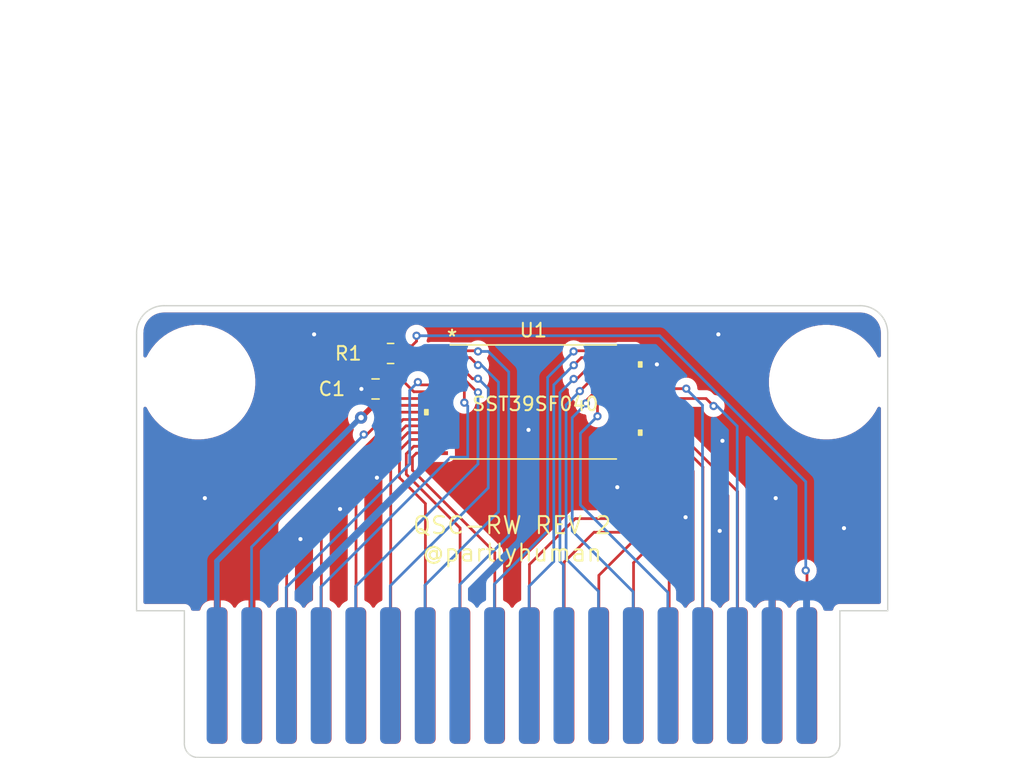
<source format=kicad_pcb>
(kicad_pcb (version 20240108) (generator "pcbnew") (generator_version "8.0")
  (title_block (title "QSC-RW") (date "2024-09-22") (rev "2") (company "@partlyhuman"))
  (layers (0 "F.Cu" signal "Front") (1 "In1.Cu" signal) (2 "In2.Cu" signal) (31 "B.Cu" signal "Back") (34 "B.Paste" user) (35 "F.Paste" user) (36 "B.SilkS" user "B.Silkscreen") (37 "F.SilkS" user "F.Silkscreen") (38 "B.Mask" user) (39 "F.Mask" user) (44 "Edge.Cuts" user))
  (net 0 "")
  (net 1 "VCC")
  (net 2 "GND")
  (net 3 "/A16")
  (net 4 "/A15")
  (net 5 "/A12")
  (net 6 "/A7")
  (net 7 "/A6")
  (net 8 "/A5")
  (net 9 "/A4")
  (net 10 "/A3")
  (net 11 "/A2")
  (net 12 "/A1")
  (net 13 "/A0")
  (net 14 "/D0")
  (net 15 "/D1")
  (net 16 "/D2")
  (net 17 "Net-(J1-Pin_36)")
  (net 18 "/A18")
  (net 19 "/A17")
  (net 20 "/A14")
  (net 21 "/A13")
  (net 22 "/A8")
  (net 23 "/A9")
  (net 24 "/A11")
  (net 25 "/OE")
  (net 26 "/A10")
  (net 27 "/CE")
  (net 28 "/D7")
  (net 29 "/D6")
  (net 30 "/D5")
  (net 31 "/D4")
  (net 32 "/D3")
  (footprint "MountingHole:MountingHole_6.4mm_M6" (layer "F.Cu") (at 54.5 67.5)
    (property "Reference" "H1" (hide yes))
    (property "Value" "MountingHole_6.4mm_M6")
    (pad "" np_thru_hole circle (at 0 0) (size 6.4 6.4) (drill 6.4) (layers "*.Cu" "*.Mask"))
  )
  (footprint "REB_Flash:SST39SF040-55-4C-WHE-T" (layer "F.Cu") (at 79.050225 68.9525)
    (property "Reference" "U1" (at 0 -5.2525 0) (layer "F.SilkS"))
    (property "Value" "SST39SF040" (at 0.149775 0.1475 0) (layer "F.SilkS"))
    (fp_line (start -6.082791 4.1783) (end 6.082791 4.1783) (stroke (width 0.12)) (layer "F.SilkS"))
    (fp_line (start 6.082791 -4.1783) (end -6.082791 -4.1783) (stroke (width 0.12)) (layer "F.SilkS"))
    (fp_poly (pts (xy -7.957299 0.559501) (xy -7.957299 0.940501) (xy -7.703299 0.940501) (xy -7.703299 0.559501)) (stroke (width 0.1)) (fill solid) (layer "F.SilkS"))
    (fp_poly (pts (xy 7.957299 -2.9405) (xy 7.957299 -2.5595) (xy 7.703299 -2.5595) (xy 7.703299 -2.9405)) (stroke (width 0.1)) (fill solid) (layer "F.SilkS"))
    (fp_poly (pts (xy 7.957299 2.059501) (xy 7.957299 2.440501) (xy 7.703299 2.440501) (xy 7.703299 2.059501)) (stroke (width 0.1)) (fill solid) (layer "F.SilkS"))
    (fp_text user "*" (at -5.950225 -4.7525 0) (layer "F.SilkS"))
    (pad "1" smd rect (at -6.848848 -3.75) (size 1.200899 0.2794) (layers "F.Cu" "F.Paste" "F.Mask") (net 24 "/A11"))
    (pad "2" smd rect (at -6.848848 -3.250001) (size 1.200899 0.2794) (layers "F.Cu" "F.Paste" "F.Mask") (net 23 "/A9"))
    (pad "3" smd rect (at -6.848848 -2.75) (size 1.200899 0.2794) (layers "F.Cu" "F.Paste" "F.Mask") (net 22 "/A8"))
    (pad "4" smd rect (at -6.848848 -2.250001) (size 1.200899 0.2794) (layers "F.Cu" "F.Paste" "F.Mask") (net 21 "/A13"))
    (pad "5" smd rect (at -6.848848 -1.749999) (size 1.200899 0.2794) (layers "F.Cu" "F.Paste" "F.Mask") (net 20 "/A14"))
    (pad "6" smd rect (at -6.848848 -1.25) (size 1.200899 0.2794) (layers "F.Cu" "F.Paste" "F.Mask") (net 19 "/A17"))
    (pad "7" smd rect (at -6.848848 -0.750001) (size 1.200899 0.2794) (layers "F.Cu" "F.Paste" "F.Mask") (net 17 "Net-(J1-Pin_36)"))
    (pad "8" smd rect (at -6.848848 -0.25) (size 1.200899 0.2794) (layers "F.Cu" "F.Paste" "F.Mask") (net 1 "VCC"))
    (pad "9" smd rect (at -6.848848 0.25) (size 1.200899 0.2794) (layers "F.Cu" "F.Paste" "F.Mask") (net 18 "/A18"))
    (pad "10" smd rect (at -6.848848 0.750001) (size 1.200899 0.2794) (layers "F.Cu" "F.Paste" "F.Mask") (net 3 "/A16"))
    (pad "11" smd rect (at -6.848848 1.25) (size 1.200899 0.2794) (layers "F.Cu" "F.Paste" "F.Mask") (net 4 "/A15"))
    (pad "12" smd rect (at -6.848848 1.749999) (size 1.200899 0.2794) (layers "F.Cu" "F.Paste" "F.Mask") (net 5 "/A12"))
    (pad "13" smd rect (at -6.848848 2.250001) (size 1.200899 0.2794) (layers "F.Cu" "F.Paste" "F.Mask") (net 6 "/A7"))
    (pad "14" smd rect (at -6.848848 2.75) (size 1.200899 0.2794) (layers "F.Cu" "F.Paste" "F.Mask") (net 7 "/A6"))
    (pad "15" smd rect (at -6.848848 3.250001) (size 1.200899 0.2794) (layers "F.Cu" "F.Paste" "F.Mask") (net 8 "/A5"))
    (pad "16" smd rect (at -6.848848 3.75) (size 1.200899 0.2794) (layers "F.Cu" "F.Paste" "F.Mask") (net 9 "/A4"))
    (pad "17" smd rect (at 6.848848 3.75) (size 1.200899 0.2794) (layers "F.Cu" "F.Paste" "F.Mask") (net 10 "/A3"))
    (pad "18" smd rect (at 6.848848 3.250001) (size 1.200899 0.2794) (layers "F.Cu" "F.Paste" "F.Mask") (net 11 "/A2"))
    (pad "19" smd rect (at 6.848848 2.75) (size 1.200899 0.2794) (layers "F.Cu" "F.Paste" "F.Mask") (net 12 "/A1"))
    (pad "20" smd rect (at 6.848848 2.250001) (size 1.200899 0.2794) (layers "F.Cu" "F.Paste" "F.Mask") (net 13 "/A0"))
    (pad "21" smd rect (at 6.848848 1.749999) (size 1.200899 0.2794) (layers "F.Cu" "F.Paste" "F.Mask") (net 14 "/D0"))
    (pad "22" smd rect (at 6.848848 1.25) (size 1.200899 0.2794) (layers "F.Cu" "F.Paste" "F.Mask") (net 15 "/D1"))
    (pad "23" smd rect (at 6.848848 0.750001) (size 1.200899 0.2794) (layers "F.Cu" "F.Paste" "F.Mask") (net 16 "/D2"))
    (pad "24" smd rect (at 6.848848 0.25) (size 1.200899 0.2794) (layers "F.Cu" "F.Paste" "F.Mask") (net 2 "GND"))
    (pad "25" smd rect (at 6.848848 -0.25) (size 1.200899 0.2794) (layers "F.Cu" "F.Paste" "F.Mask") (net 32 "/D3"))
    (pad "26" smd rect (at 6.848848 -0.750001) (size 1.200899 0.2794) (layers "F.Cu" "F.Paste" "F.Mask") (net 31 "/D4"))
    (pad "27" smd rect (at 6.848848 -1.25) (size 1.200899 0.2794) (layers "F.Cu" "F.Paste" "F.Mask") (net 30 "/D5"))
    (pad "28" smd rect (at 6.848848 -1.749999) (size 1.200899 0.2794) (layers "F.Cu" "F.Paste" "F.Mask") (net 29 "/D6"))
    (pad "29" smd rect (at 6.848848 -2.250001) (size 1.200899 0.2794) (layers "F.Cu" "F.Paste" "F.Mask") (net 28 "/D7"))
    (pad "30" smd rect (at 6.848848 -2.75) (size 1.200899 0.2794) (layers "F.Cu" "F.Paste" "F.Mask") (net 27 "/CE"))
    (pad "31" smd rect (at 6.848848 -3.250001) (size 1.200899 0.2794) (layers "F.Cu" "F.Paste" "F.Mask") (net 26 "/A10"))
    (pad "32" smd rect (at 6.848848 -3.75) (size 1.200899 0.2794) (layers "F.Cu" "F.Paste" "F.Mask") (net 25 "/OE"))
  )
  (footprint "Resistor_SMD:R_0805_2012Metric_Pad1.20x1.40mm_HandSolder" (layer "F.Cu") (at 68.6 65.4)
    (property "Reference" "R1" (at -3.1 0 0) (layer "F.SilkS"))
    (property "Value" "10K")
    (fp_line (start -0.227064 -0.735) (end 0.227064 -0.735) (stroke (width 0.12)) (layer "F.SilkS"))
    (fp_line (start -0.227064 0.735) (end 0.227064 0.735) (stroke (width 0.12)) (layer "F.SilkS"))
    (pad "1" smd roundrect (at -1 0) (size 1.2 1.4) (layers "F.Cu" "F.Paste" "F.Mask") (roundrect_rratio 0.208333) (net 1 "VCC"))
    (pad "2" smd roundrect (at 1 0) (size 1.2 1.4) (layers "F.Cu" "F.Paste" "F.Mask") (roundrect_rratio 0.208333) (net 17 "Net-(J1-Pin_36)"))
  )
  (footprint "MountingHole:MountingHole_6.4mm_M6" (layer "F.Cu") (at 100.5 67.5)
    (property "Reference" "H2" (hide yes))
    (property "Value" "MountingHole_6.4mm_M6")
    (pad "" np_thru_hole circle (at 0 0) (size 6.4 6.4) (drill 6.4) (layers "*.Cu" "*.Mask"))
  )
  (footprint "REB_Edge:REB_EdgeConnector_36pin" (layer "F.Cu") (at 77.5 89)
    (property "Reference" "J1" (hide yes))
    (property "Value" "QCard_Conn")
    (pad "1" connect roundrect (at -21.62 0) (size 1.5 10) (layers "B.Cu" "B.Mask") (net 1 "VCC"))
    (pad "2" connect roundrect (at -21.59 0) (size 1.5 10) (layers "F.Cu" "F.Mask") (net 2 "GND"))
    (pad "3" connect roundrect (at -19.08 0) (size 1.5 10) (layers "B.Cu" "B.Mask") (net 18 "/A18"))
    (pad "4" connect roundrect (at -19.05 0) (size 1.5 10) (layers "F.Cu" "F.Mask") (net 2 "GND"))
    (pad "5" connect roundrect (at -16.54 0) (size 1.5 10) (layers "B.Cu" "B.Mask") (net 19 "/A17"))
    (pad "6" connect roundrect (at -16.51 0) (size 1.5 10) (layers "F.Cu" "F.Mask") (net 3 "/A16"))
    (pad "7" connect roundrect (at -14 0) (size 1.5 10) (layers "B.Cu" "B.Mask") (net 20 "/A14"))
    (pad "8" connect roundrect (at -13.97 0) (size 1.5 10) (layers "F.Cu" "F.Mask") (net 4 "/A15"))
    (pad "9" connect roundrect (at -11.46 0) (size 1.5 10) (layers "B.Cu" "B.Mask") (net 21 "/A13"))
    (pad "10" connect roundrect (at -11.43 0) (size 1.5 10) (layers "F.Cu" "F.Mask") (net 5 "/A12"))
    (pad "11" connect roundrect (at -8.92 0) (size 1.5 10) (layers "B.Cu" "B.Mask") (net 22 "/A8"))
    (pad "12" connect roundrect (at -8.89 0) (size 1.5 10) (layers "F.Cu" "F.Mask") (net 6 "/A7"))
    (pad "13" connect roundrect (at -6.38 0) (size 1.5 10) (layers "B.Cu" "B.Mask") (net 23 "/A9"))
    (pad "14" connect roundrect (at -6.35 0) (size 1.5 10) (layers "F.Cu" "F.Mask") (net 7 "/A6"))
    (pad "15" connect roundrect (at -3.84 0) (size 1.5 10) (layers "B.Cu" "B.Mask") (net 24 "/A11"))
    (pad "16" connect roundrect (at -3.81 0) (size 1.5 10) (layers "F.Cu" "F.Mask") (net 8 "/A5"))
    (pad "17" connect roundrect (at -1.3 0) (size 1.5 10) (layers "B.Cu" "B.Mask") (net 25 "/OE"))
    (pad "18" connect roundrect (at -1.27 0) (size 1.5 10) (layers "F.Cu" "F.Mask") (net 9 "/A4"))
    (pad "19" connect roundrect (at 1.24 0) (size 1.5 10) (layers "B.Cu" "B.Mask") (net 26 "/A10"))
    (pad "20" connect roundrect (at 1.27 0) (size 1.5 10) (layers "F.Cu" "F.Mask") (net 10 "/A3"))
    (pad "21" connect roundrect (at 3.78 0) (size 1.5 10) (layers "B.Cu" "B.Mask") (net 27 "/CE"))
    (pad "22" connect roundrect (at 3.81 0) (size 1.5 10) (layers "F.Cu" "F.Mask") (net 11 "/A2"))
    (pad "23" connect roundrect (at 6.32 0) (size 1.5 10) (layers "B.Cu" "B.Mask") (net 28 "/D7"))
    (pad "24" connect roundrect (at 6.35 0) (size 1.5 10) (layers "F.Cu" "F.Mask") (net 12 "/A1"))
    (pad "25" connect roundrect (at 8.86 0) (size 1.5 10) (layers "B.Cu" "B.Mask") (net 29 "/D6"))
    (pad "26" connect roundrect (at 8.89 0) (size 1.5 10) (layers "F.Cu" "F.Mask") (net 13 "/A0"))
    (pad "27" connect roundrect (at 11.4 0) (size 1.5 10) (layers "B.Cu" "B.Mask") (net 30 "/D5"))
    (pad "28" connect roundrect (at 11.43 0) (size 1.5 10) (layers "F.Cu" "F.Mask") (net 14 "/D0"))
    (pad "29" connect roundrect (at 13.94 0) (size 1.5 10) (layers "B.Cu" "B.Mask") (net 31 "/D4"))
    (pad "30" connect roundrect (at 13.97 0) (size 1.5 10) (layers "F.Cu" "F.Mask") (net 15 "/D1"))
    (pad "31" connect roundrect (at 16.48 0) (size 1.5 10) (layers "B.Cu" "B.Mask") (net 32 "/D3"))
    (pad "32" connect roundrect (at 16.51 0) (size 1.5 10) (layers "F.Cu" "F.Mask") (net 16 "/D2"))
    (pad "33" connect roundrect (at 19.02 0) (size 1.5 10) (layers "B.Cu" "B.Mask") (net 2 "GND"))
    (pad "34" connect roundrect (at 19.05 0) (size 1.5 10) (layers "F.Cu" "F.Mask") (net 2 "GND"))
    (pad "35" connect roundrect (at 21.56 0) (size 1.5 10) (layers "B.Cu" "B.Mask") (net 2 "GND"))
    (pad "36" connect roundrect (at 21.59 0) (size 1.5 10) (layers "F.Cu" "F.Mask") (net 17 "Net-(J1-Pin_36)"))
  )
  (footprint "Capacitor_SMD:C_0805_2012Metric_Pad1.18x1.45mm_HandSolder" (layer "F.Cu") (at 67.5 68)
    (property "Reference" "C1" (at -3.2 0 0) (layer "F.SilkS"))
    (property "Value" "0.1uF" (hide yes))
    (fp_line (start -0.261253 -0.735) (end 0.261253 -0.735) (stroke (width 0.12)) (layer "F.SilkS"))
    (fp_line (start -0.261253 0.735) (end 0.261253 0.735) (stroke (width 0.12)) (layer "F.SilkS"))
    (pad "1" smd roundrect (at -1.0375 0) (size 1.175 1.45) (layers "F.Cu" "F.Paste" "F.Mask") (roundrect_rratio 0.2127659574) (net 2 "GND"))
    (pad "2" smd roundrect (at 1.0375 0) (size 1.175 1.45) (layers "F.Cu" "F.Paste" "F.Mask") (roundrect_rratio 0.2127659574) (net 1 "VCC"))
  )
  (gr_line (start 105 84.25) (end 105 63.9) (stroke (width 0.1)) (layer "Edge.Cuts"))
  (gr_arc (start 103 61.9) (mid 104.414214 62.485786) (end 105 63.9) (stroke (width 0.1)) (layer "Edge.Cuts"))
  (gr_line (start 50 63.9) (end 50 84.25) (stroke (width 0.1)) (layer "Edge.Cuts"))
  (gr_arc (start 54.5 95) (mid 53.792893 94.707107) (end 53.5 94) (stroke (width 0.1)) (layer "Edge.Cuts"))
  (gr_arc (start 101.5 94) (mid 101.207107 94.707107) (end 100.5 95) (stroke (width 0.1)) (layer "Edge.Cuts"))
  (gr_line (start 101.5 84.25) (end 105 84.25) (stroke (width 0.1)) (layer "Edge.Cuts"))
  (gr_line (start 100.5 95) (end 54.5 95) (stroke (width 0.1)) (layer "Edge.Cuts"))
  (gr_arc (start 50 63.9) (mid 50.585786 62.485786) (end 52 61.9) (stroke (width 0.1)) (layer "Edge.Cuts"))
  (gr_line (start 50 84.25) (end 53.5 84.25) (stroke (width 0.1)) (layer "Edge.Cuts"))
  (gr_line (start 52 61.9) (end 103 61.9) (stroke (width 0.1)) (layer "Edge.Cuts"))
  (gr_line (start 53.5 84.25) (end 53.5 94) (stroke (width 0.1)) (layer "Edge.Cuts"))
  (gr_line (start 101.5 94) (end 101.5 84.25) (stroke (width 0.1)) (layer "Edge.Cuts"))
  (gr_text "${TITLE} REV ${REVISION}\n${COMPANY}" (at 77.5 79 0) (layer "F.SilkS") (effects (font (size 1.25 1.25))))
  (segment (start 68.5375 68) (end 69.24 68.7025) (width 0.2) (layer "F.Cu") (net 1))
  (segment (start 68.5375 68) (end 68.5375 66.3375) (width 0.2) (layer "F.Cu") (net 1))
  (segment (start 66.4375 70.1) (end 68.5375 68) (width 0.4) (layer "F.Cu") (net 1))
  (segment (start 69.24 68.7025) (end 72.201377 68.7025) (width 0.2) (layer "F.Cu") (net 1))
  (segment (start 68.5375 66.3375) (end 67.6 65.4) (width 0.2) (layer "F.Cu") (net 1))
  (via (at 66.4375 70.1) (size 0.9) (drill 0.4) (layers "F.Cu" "B.Cu") (net 1))
  (segment (start 66.4 70.1) (end 55.88 80.62) (width 0.4) (layer "B.Cu") (net 1))
  (segment (start 66.4375 70.1) (end 66.4 70.1) (width 0.4) (layer "B.Cu") (net 1))
  (segment (start 55.88 80.62) (end 55.88 89) (width 0.4) (layer "B.Cu") (net 1))
  (segment (start 85.899073 69.2025) (end 89.0025 69.2025) (width 0.2) (layer "F.Cu") (net 2))
  (segment (start 89.0025 69.2025) (end 89.7 69.9) (width 0.2) (layer "F.Cu") (net 2))
  (via (at 90.2 77.4) (size 0.6) (drill 0.3) (layers "F.Cu" "B.Cu") (net 2))
  (via (at 92.9 71.8) (size 0.6) (drill 0.3) (layers "F.Cu" "B.Cu") (net 2))
  (via (at 62 79) (size 0.6) (drill 0.3) (layers "F.Cu" "B.Cu") (net 2))
  (via (at 66.4625 68) (size 0.6) (drill 0.3) (layers "F.Cu" "B.Cu") (net 2))
  (via (at 101.8 78.2) (size 0.6) (drill 0.3) (layers "F.Cu" "B.Cu") (net 2))
  (via (at 92.7 78.4) (size 0.6) (drill 0.3) (layers "F.Cu" "B.Cu") (net 2))
  (via (at 78.7 71) (size 0.6) (drill 0.3) (layers "F.Cu" "B.Cu") (net 2))
  (via (at 67.6 74.5) (size 0.6) (drill 0.3) (layers "F.Cu" "B.Cu") (net 2))
  (via (at 64.9 76.8) (size 0.6) (drill 0.3) (layers "F.Cu" "B.Cu") (net 2))
  (via (at 55 76) (size 0.6) (drill 0.3) (layers "F.Cu" "B.Cu") (net 2))
  (via (at 63 64) (size 0.6) (drill 0.3) (layers "F.Cu" "B.Cu") (net 2))
  (via (at 96.8 76) (size 0.6) (drill 0.3) (layers "F.Cu" "B.Cu") (net 2))
  (via (at 92.6 64) (size 0.6) (drill 0.3) (layers "F.Cu" "B.Cu") (net 2))
  (via (at 85.2 75.2) (size 0.6) (drill 0.3) (layers "F.Cu" "B.Cu") (net 2))
  (via (at 88.1 66.2) (size 0.6) (drill 0.3) (layers "F.Cu" "B.Cu") (net 2))
  (segment (start 97 82.6) (end 98.7 82.6) (width 0.4) (layer "B.Cu") (net 2))
  (segment (start 96.52 83.08) (end 97 82.6) (width 0.4) (layer "B.Cu") (net 2))
  (segment (start 96.52 89) (end 96.52 83.08) (width 0.4) (layer "B.Cu") (net 2))
  (segment (start 98.7 82.6) (end 99.06 82.96) (width 0.4) (layer "B.Cu") (net 2))
  (segment (start 99.06 82.96) (end 99.06 89) (width 0.4) (layer "B.Cu") (net 2))
  (segment (start 60.99 89) (end 60.99 78.01) (width 0.2) (layer "F.Cu") (net 3))
  (segment (start 69.297499 69.702501) (end 72.201377 69.702501) (width 0.2) (layer "F.Cu") (net 3))
  (segment (start 60.99 78.01) (end 69.297499 69.702501) (width 0.2) (layer "F.Cu") (net 3))
  (segment (start 69.512201 70.237799) (end 71.75 70.237799) (width 0.2) (layer "F.Cu") (net 4))
  (segment (start 63.53 89) (end 63.53 76.22) (width 0.2) (layer "F.Cu") (net 4))
  (segment (start 63.53 76.22) (end 69.512201 70.237799) (width 0.2) (layer "F.Cu") (net 4))
  (segment (start 66.07 74.361802) (end 69.729303 70.702499) (width 0.2) (layer "F.Cu") (net 5))
  (segment (start 66.07 89) (end 66.07 74.361802) (width 0.2) (layer "F.Cu") (net 5))
  (segment (start 69.729303 70.702499) (end 72.201377 70.702499) (width 0.2) (layer "F.Cu") (net 5))
  (segment (start 68.61 72.458198) (end 69.865697 71.202501) (width 0.2) (layer "F.Cu") (net 6))
  (segment (start 68.61 89) (end 68.61 72.458198) (width 0.2) (layer "F.Cu") (net 6))
  (segment (start 69.865697 71.202501) (end 72.201377 71.202501) (width 0.2) (layer "F.Cu") (net 6))
  (segment (start 71.15 89) (end 71.15 76.4) (width 0.2) (layer "F.Cu") (net 7))
  (segment (start 69.25 74.5) (end 69.25 72.5) (width 0.2) (layer "F.Cu") (net 7))
  (segment (start 71.15 76.4) (end 69.25 74.5) (width 0.2) (layer "F.Cu") (net 7))
  (segment (start 70.0475 71.7025) (end 72.201377 71.7025) (width 0.2) (layer "F.Cu") (net 7))
  (segment (start 69.25 72.5) (end 70.0475 71.7025) (width 0.2) (layer "F.Cu") (net 7))
  (segment (start 73.69 78.19) (end 69.75 74.25) (width 0.2) (layer "F.Cu") (net 8))
  (segment (start 69.75 74.25) (end 69.75 72.75) (width 0.2) (layer "F.Cu") (net 8))
  (segment (start 73.69 89) (end 73.69 78.19) (width 0.2) (layer "F.Cu") (net 8))
  (segment (start 70.297499 72.202501) (end 72.201377 72.202501) (width 0.2) (layer "F.Cu") (net 8))
  (segment (start 69.75 72.75) (end 70.297499 72.202501) (width 0.2) (layer "F.Cu") (net 8))
  (segment (start 70.2 72.993198) (end 70.490698 72.7025) (width 0.2) (layer "F.Cu") (net 9))
  (segment (start 76.23 79.98) (end 70.2 73.95) (width 0.2) (layer "F.Cu") (net 9))
  (segment (start 76.23 89) (end 76.23 79.98) (width 0.2) (layer "F.Cu") (net 9))
  (segment (start 70.2 73.95) (end 70.2 72.993198) (width 0.2) (layer "F.Cu") (net 9))
  (segment (start 70.490698 72.7025) (end 72.201377 72.7025) (width 0.2) (layer "F.Cu") (net 9))
  (segment (start 78.77 80.855) (end 82.125 77.5) (width 0.2) (layer "F.Cu") (net 10))
  (segment (start 85.75 77.5) (end 87.1 76.15) (width 0.2) (layer "F.Cu") (net 10))
  (segment (start 86.816104 72.7025) (end 85.899073 72.7025) (width 0.2) (layer "F.Cu") (net 10))
  (segment (start 82.125 77.5) (end 85.75 77.5) (width 0.2) (layer "F.Cu") (net 10))
  (segment (start 78.77 89) (end 78.77 80.855) (width 0.2) (layer "F.Cu") (net 10))
  (segment (start 87.1 76.15) (end 87.1 72.986396) (width 0.2) (layer "F.Cu") (net 10))
  (segment (start 87.1 72.986396) (end 86.816104 72.7025) (width 0.2) (layer "F.Cu") (net 10))
  (segment (start 81.31 80.69) (end 83.5 78.5) (width 0.2) (layer "F.Cu") (net 11))
  (segment (start 83.5 78.5) (end 85.886396 78.5) (width 0.2) (layer "F.Cu") (net 11))
  (segment (start 81.31 89) (end 81.31 80.69) (width 0.2) (layer "F.Cu") (net 11))
  (segment (start 86.952501 72.202501) (end 85.899073 72.202501) (width 0.2) (layer "F.Cu") (net 11))
  (segment (start 87.55 72.8) (end 86.952501 72.202501) (width 0.2) (layer "F.Cu") (net 11))
  (segment (start 85.886396 78.5) (end 87.55 76.836396) (width 0.2) (layer "F.Cu") (net 11))
  (segment (start 87.55 76.836396) (end 87.55 72.8) (width 0.2) (layer "F.Cu") (net 11))
  (segment (start 88 77.511396) (end 88 72.5) (width 0.2) (layer "F.Cu") (net 12))
  (segment (start 83.85 89) (end 83.85 81.661396) (width 0.2) (layer "F.Cu") (net 12))
  (segment (start 88 72.5) (end 87.2025 71.7025) (width 0.2) (layer "F.Cu") (net 12))
  (segment (start 87.2025 71.7025) (end 85.899073 71.7025) (width 0.2) (layer "F.Cu") (net 12))
  (segment (start 83.85 81.661396) (end 88 77.511396) (width 0.2) (layer "F.Cu") (net 12))
  (segment (start 88.5 78.625) (end 88.5 72.25) (width 0.2) (layer "F.Cu") (net 13))
  (segment (start 86.39 80.735) (end 88.5 78.625) (width 0.2) (layer "F.Cu") (net 13))
  (segment (start 87.452501 71.202501) (end 85.899073 71.202501) (width 0.2) (layer "F.Cu") (net 13))
  (segment (start 86.39 89) (end 86.39 80.735) (width 0.2) (layer "F.Cu") (net 13))
  (segment (start 88.5 72.25) (end 87.452501 71.202501) (width 0.2) (layer "F.Cu") (net 13))
  (segment (start 89 88.93) (end 89 72) (width 0.2) (layer "F.Cu") (net 14))
  (segment (start 88.93 89) (end 89 88.93) (width 0.2) (layer "F.Cu") (net 14))
  (segment (start 87.702499 70.702499) (end 85.899073 70.702499) (width 0.2) (layer "F.Cu") (net 14))
  (segment (start 89 72) (end 87.702499 70.702499) (width 0.2) (layer "F.Cu") (net 14))
  (segment (start 91.47 73.72) (end 87.9525 70.2025) (width 0.2) (layer "F.Cu") (net 15))
  (segment (start 87.9525 70.2025) (end 85.899073 70.2025) (width 0.2) (layer "F.Cu") (net 15))
  (segment (start 91.47 89) (end 91.47 73.72) (width 0.2) (layer "F.Cu") (net 15))
  (segment (start 88.202501 69.702501) (end 85.899073 69.702501) (width 0.2) (layer "F.Cu") (net 16))
  (segment (start 94.01 89) (end 94.01 75.51) (width 0.2) (layer "F.Cu") (net 16))
  (segment (start 94.01 75.51) (end 88.202501 69.702501) (width 0.2) (layer "F.Cu") (net 16))
  (segment (start 70.302499 68.202499) (end 72.201377 68.202499) (width 0.2) (layer "F.Cu") (net 17))
  (segment (start 69.6 67.5) (end 70.302499 68.202499) (width 0.2) (layer "F.Cu") (net 17))
  (segment (start 70.5 64.5) (end 69.6 65.4) (width 0.2) (layer "F.Cu") (net 17))
  (segment (start 99.09 81.39) (end 99.09 89) (width 0.2) (layer "F.Cu") (net 17))
  (segment (start 70.5 64.1) (end 70.5 64.5) (width 0.2) (layer "F.Cu") (net 17))
  (segment (start 99 81.3) (end 99.09 81.39) (width 0.2) (layer "F.Cu") (net 17))
  (segment (start 69.6 65.4) (end 69.6 67.5) (width 0.2) (layer "F.Cu") (net 17))
  (via (at 70.5 64.1) (size 0.6) (drill 0.3) (layers "F.Cu" "B.Cu") (net 17))
  (via (at 99 81.3) (size 0.6) (drill 0.3) (layers "F.Cu" "B.Cu") (net 17))
  (segment (start 99 81.3) (end 99 74.8) (width 0.2) (layer "B.Cu") (net 17))
  (segment (start 88.3 64.1) (end 70.5 64.1) (width 0.2) (layer "B.Cu") (net 17))
  (segment (start 99 74.8) (end 88.3 64.1) (width 0.2) (layer "B.Cu") (net 17))
  (segment (start 66.637347 71.337347) (end 66.862653 71.337347) (width 0.2) (layer "F.Cu") (net 18))
  (segment (start 66.862653 71.337347) (end 68.9975 69.2025) (width 0.2) (layer "F.Cu") (net 18))
  (segment (start 68.9975 69.2025) (end 72.201377 69.2025) (width 0.2) (layer "F.Cu") (net 18))
  (via (at 66.637347 71.337347) (size 0.6) (drill 0.3) (layers "F.Cu" "B.Cu") (net 18))
  (segment (start 66.637347 71.362653) (end 58.42 79.58) (width 0.2) (layer "B.Cu") (net 18))
  (segment (start 66.637347 71.337347) (end 66.637347 71.362653) (width 0.2) (layer "B.Cu") (net 18))
  (segment (start 58.42 79.58) (end 58.42 89) (width 0.2) (layer "B.Cu") (net 18))
  (segment (start 70.8025 67.7025) (end 72.201377 67.7025) (width 0.2) (layer "F.Cu") (net 19))
  (segment (start 70.6 67.5) (end 70.8025 67.7025) (width 0.2) (layer "F.Cu") (net 19))
  (via (at 70.6 67.5) (size 0.6) (drill 0.3) (layers "F.Cu" "B.Cu") (net 19))
  (segment (start 60.96 82.54) (end 60.96 89) (width 0.2) (layer "B.Cu") (net 19))
  (segment (start 70.6 67.5) (end 70 68.1) (width 0.2) (layer "B.Cu") (net 19))
  (segment (start 70 73.5) (end 60.96 82.54) (width 0.2) (layer "B.Cu") (net 19))
  (segment (start 70 68.1) (end 70 73.5) (width 0.2) (layer "B.Cu") (net 19))
  (segment (start 74 69) (end 74 68.110974) (width 0.2) (layer "F.Cu") (net 20))
  (segment (start 74 68.110974) (end 73.091527 67.202501) (width 0.2) (layer "F.Cu") (net 20))
  (segment (start 73.091527 67.202501) (end 72.201377 67.202501) (width 0.2) (layer "F.Cu") (net 20))
  (via (at 74 69) (size 0.6) (drill 0.3) (layers "F.Cu" "B.Cu") (net 20))
  (segment (start 63.5 89) (end 63.5 82.5) (width 0.2) (layer "B.Cu") (net 20))
  (segment (start 74.25 69.25) (end 74 69) (width 0.2) (layer "B.Cu") (net 20))
  (segment (start 73 73) (end 74.25 73) (width 0.2) (layer "B.Cu") (net 20))
  (segment (start 74.25 73) (end 74.25 69.25) (width 0.2) (layer "B.Cu") (net 20))
  (segment (start 63.5 82.5) (end 73 73) (width 0.2) (layer "B.Cu") (net 20))
  (segment (start 74.952238 68.25) (end 73.404737 66.702499) (width 0.2) (layer "F.Cu") (net 21))
  (segment (start 73.404737 66.702499) (end 72.201377 66.702499) (width 0.2) (layer "F.Cu") (net 21))
  (segment (start 75 68.25) (end 74.952238 68.25) (width 0.2) (layer "F.Cu") (net 21))
  (via (at 75 68.25) (size 0.6) (drill 0.3) (layers "F.Cu" "B.Cu") (net 21))
  (segment (start 75 73.5) (end 75 68.25) (width 0.2) (layer "B.Cu") (net 21))
  (segment (start 66.04 89) (end 66.04 82.46) (width 0.2) (layer "B.Cu") (net 21))
  (segment (start 66.04 82.46) (end 75 73.5) (width 0.2) (layer "B.Cu") (net 21))
  (segment (start 75 67.25) (end 74.588634 67.25) (width 0.2) (layer "F.Cu") (net 22))
  (segment (start 73.541134 66.2025) (end 72.201377 66.2025) (width 0.2) (layer "F.Cu") (net 22))
  (segment (start 74.588634 67.25) (end 73.541134 66.2025) (width 0.2) (layer "F.Cu") (net 22))
  (via (at 75 67.25) (size 0.6) (drill 0.3) (layers "F.Cu" "B.Cu") (net 22))
  (segment (start 68.58 82.42) (end 68.58 89) (width 0.2) (layer "B.Cu") (net 22))
  (segment (start 75.75 67.974695) (end 75.75 75.25) (width 0.2) (layer "B.Cu") (net 22))
  (segment (start 75 67.25) (end 75.025305 67.25) (width 0.2) (layer "B.Cu") (net 22))
  (segment (start 75.75 75.25) (end 68.58 82.42) (width 0.2) (layer "B.Cu") (net 22))
  (segment (start 75.025305 67.25) (end 75.75 67.974695) (width 0.2) (layer "B.Cu") (net 22))
  (segment (start 74.975192 66.250497) (end 74.427194 65.702499) (width 0.2) (layer "F.Cu") (net 23))
  (segment (start 75 66.250497) (end 74.975192 66.250497) (width 0.2) (layer "F.Cu") (net 23))
  (segment (start 74.427194 65.702499) (end 72.201377 65.702499) (width 0.2) (layer "F.Cu") (net 23))
  (via (at 75 66.250497) (size 0.6) (drill 0.3) (layers "F.Cu" "B.Cu") (net 23))
  (segment (start 76.5 67.5) (end 76.5 77) (width 0.2) (layer "B.Cu") (net 23))
  (segment (start 76.5 77) (end 71.12 82.38) (width 0.2) (layer "B.Cu") (net 23))
  (segment (start 75.250497 66.250497) (end 76.5 67.5) (width 0.2) (layer "B.Cu") (net 23))
  (segment (start 75 66.250497) (end 75.250497 66.250497) (width 0.2) (layer "B.Cu") (net 23))
  (segment (start 71.12 82.38) (end 71.12 89) (width 0.2) (layer "B.Cu") (net 23))
  (segment (start 75 65.25) (end 74.9525 65.2025) (width 0.2) (layer "F.Cu") (net 24))
  (segment (start 74.9525 65.2025) (end 72.201377 65.2025) (width 0.2) (layer "F.Cu") (net 24))
  (via (at 75 65.25) (size 0.6) (drill 0.3) (layers "F.Cu" "B.Cu") (net 24))
  (segment (start 77.25 66.75) (end 77.25 78.75) (width 0.2) (layer "B.Cu") (net 24))
  (segment (start 75.75 65.25) (end 77.25 66.75) (width 0.2) (layer "B.Cu") (net 24))
  (segment (start 77.25 78.75) (end 73.66 82.34) (width 0.2) (layer "B.Cu") (net 24))
  (segment (start 73.66 82.34) (end 73.66 89) (width 0.2) (layer "B.Cu") (net 24))
  (segment (start 75 65.25) (end 75.75 65.25) (width 0.2) (layer "B.Cu") (net 24))
  (segment (start 82.0475 65.2025) (end 85.899073 65.2025) (width 0.2) (layer "F.Cu") (net 25))
  (segment (start 82 65.25) (end 82.0475 65.2025) (width 0.2) (layer "F.Cu") (net 25))
  (via (at 82 65.25) (size 0.6) (drill 0.3) (layers "F.Cu" "B.Cu") (net 25))
  (segment (start 80.1 78.4) (end 76.2 82.3) (width 0.2) (layer "B.Cu") (net 25))
  (segment (start 82 65.25) (end 80.1 67.15) (width 0.2) (layer "B.Cu") (net 25))
  (segment (start 80.1 67.15) (end 80.1 78.4) (width 0.2) (layer "B.Cu") (net 25))
  (segment (start 76.2 82.3) (end 76.2 89) (width 0.2) (layer "B.Cu") (net 25))
  (segment (start 82.012548 66.262051) (end 82.5721 65.702499) (width 0.2) (layer "F.Cu") (net 26))
  (segment (start 82.5721 65.702499) (end 85.899073 65.702499) (width 0.2) (layer "F.Cu") (net 26))
  (via (at 82.012548 66.262051) (size 0.6) (drill 0.3) (layers "F.Cu" "B.Cu") (net 26))
  (segment (start 81.987949 66.262051) (end 80.55 67.7) (width 0.2) (layer "B.Cu") (net 26))
  (segment (start 80.55 67.7) (end 80.55 80.643198) (width 0.2) (layer "B.Cu") (net 26))
  (segment (start 80.55 80.643198) (end 78.74 82.453198) (width 0.2) (layer "B.Cu") (net 26))
  (segment (start 82.012548 66.262051) (end 81.987949 66.262051) (width 0.2) (layer "B.Cu") (net 26))
  (segment (start 78.74 82.453198) (end 78.74 89) (width 0.2) (layer "B.Cu") (net 26))
  (segment (start 83.2975 66.2025) (end 85.899073 66.2025) (width 0.2) (layer "F.Cu") (net 27))
  (segment (start 82.231891 67.268109) (end 83.2975 66.2025) (width 0.2) (layer "F.Cu") (net 27))
  (segment (start 82.00649 67.268109) (end 82.231891 67.268109) (width 0.2) (layer "F.Cu") (net 27))
  (via (at 82.00649 67.268109) (size 0.6) (drill 0.3) (layers "F.Cu" "B.Cu") (net 27))
  (segment (start 81 68.274599) (end 81 80.636396) (width 0.2) (layer "B.Cu") (net 27))
  (segment (start 81.25 80.886396) (end 81.25 88.97) (width 0.2) (layer "B.Cu") (net 27))
  (segment (start 81 80.636396) (end 81.25 80.886396) (width 0.2) (layer "B.Cu") (net 27))
  (segment (start 82.00649 67.268109) (end 81 68.274599) (width 0.2) (layer "B.Cu") (net 27))
  (segment (start 81.25 88.97) (end 81.28 89) (width 0.2) (layer "B.Cu") (net 27))
  (segment (start 83.91496 66.702499) (end 85.899073 66.702499) (width 0.2) (layer "F.Cu") (net 28))
  (segment (start 82.457275 68.160184) (end 83.91496 66.702499) (width 0.2) (layer "F.Cu") (net 28))
  (via (at 82.457275 68.160184) (size 0.6) (drill 0.3) (layers "F.Cu" "B.Cu") (net 28))
  (segment (start 83.82 82.82) (end 83.82 89) (width 0.2) (layer "B.Cu") (net 28))
  (segment (start 81.45 69.167459) (end 81.45 80.45) (width 0.2) (layer "B.Cu") (net 28))
  (segment (start 82.457275 68.160184) (end 81.45 69.167459) (width 0.2) (layer "B.Cu") (net 28))
  (segment (start 81.45 80.45) (end 83.82 82.82) (width 0.2) (layer "B.Cu") (net 28))
  (segment (start 82.901613 68.879637) (end 84.578749 67.202501) (width 0.2) (layer "F.Cu") (net 29))
  (segment (start 84.578749 67.202501) (end 85.899073 67.202501) (width 0.2) (layer "F.Cu") (net 29))
  (segment (start 82.901613 69.055488) (end 82.901613 68.879637) (width 0.2) (layer "F.Cu") (net 29))
  (via (at 82.901613 69.055488) (size 0.6) (drill 0.3) (layers "F.Cu" "B.Cu") (net 29))
  (segment (start 86.36 82.86) (end 86.36 89) (width 0.2) (layer "B.Cu") (net 29))
  (segment (start 81.9 78.4) (end 86.36 82.86) (width 0.2) (layer "B.Cu") (net 29))
  (segment (start 81.9 70.100476) (end 81.9 78.4) (width 0.2) (layer "B.Cu") (net 29))
  (segment (start 82.901613 69.055488) (end 82.901613 69.098863) (width 0.2) (layer "B.Cu") (net 29))
  (segment (start 82.901613 69.098863) (end 81.9 70.100476) (width 0.2) (layer "B.Cu") (net 29))
  (segment (start 83.75 70) (end 83.75 69) (width 0.2) (layer "F.Cu") (net 30))
  (segment (start 83.75 69) (end 85.0475 67.7025) (width 0.2) (layer "F.Cu") (net 30))
  (segment (start 85.0475 67.7025) (end 85.899073 67.7025) (width 0.2) (layer "F.Cu") (net 30))
  (via (at 83.75 70) (size 0.6) (drill 0.3) (layers "F.Cu" "B.Cu") (net 30))
  (segment (start 83.75 70) (end 82.5 71.25) (width 0.2) (layer "B.Cu") (net 30))
  (segment (start 82.5 76.5) (end 88.9 82.9) (width 0.2) (layer "B.Cu") (net 30))
  (segment (start 88.9 82.9) (end 88.9 89) (width 0.2) (layer "B.Cu") (net 30))
  (segment (start 82.5 71.25) (end 82.5 76.5) (width 0.2) (layer "B.Cu") (net 30))
  (segment (start 89.176998 67.978) (end 88.952499 68.202499) (width 0.2) (layer "F.Cu") (net 31))
  (segment (start 90.25 67.978) (end 89.176998 67.978) (width 0.2) (layer "F.Cu") (net 31))
  (segment (start 88.952499 68.202499) (end 85.899073 68.202499) (width 0.2) (layer "F.Cu") (net 31))
  (via (at 90.25 67.978) (size 0.6) (drill 0.3) (layers "F.Cu" "B.Cu") (net 31))
  (segment (start 91.44 69.19) (end 91.44 89) (width 0.2) (layer "B.Cu") (net 31))
  (segment (start 90.25 67.978) (end 90.25 68) (width 0.2) (layer "B.Cu") (net 31))
  (segment (start 90.25 68) (end 91.44 69.19) (width 0.2) (layer "B.Cu") (net 31))
  (segment (start 92.25 69.25) (end 91.7025 68.7025) (width 0.2) (layer "F.Cu") (net 32))
  (segment (start 91.7025 68.7025) (end 85.899073 68.7025) (width 0.2) (layer "F.Cu") (net 32))
  (via (at 92.25 69.25) (size 0.6) (drill 0.3) (layers "F.Cu" "B.Cu") (net 32))
  (segment (start 92.25 69.25) (end 92.5 69.25) (width 0.2) (layer "B.Cu") (net 32))
  (segment (start 92.5 69.25) (end 93.98 70.73) (width 0.2) (layer "B.Cu") (net 32))
  (segment (start 93.98 70.73) (end 93.98 89) (width 0.2) (layer "B.Cu") (net 32))
  (zone (net 2) (net_name "GND") (layers "F&B.Cu") (connect_pads (clearance 0.508)) (min_thickness 0.254) (fill yes (thermal_gap 0.508) (thermal_bridge_width 0.508))
    (polygon (pts (xy 115 84) (xy 115 84.25) (xy 40 84.25) (xy 40 39.5) (xy 115 39.5)))
  )
)
</source>
